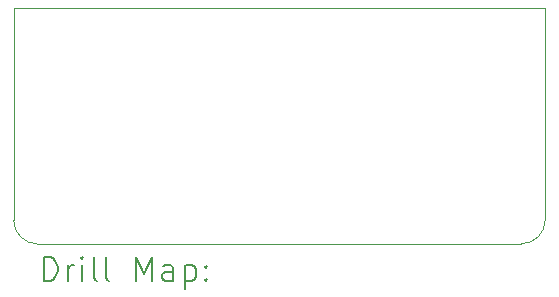
<source format=gbr>
%TF.GenerationSoftware,KiCad,Pcbnew,8.0.7-8.0.7-0~ubuntu24.04.1*%
%TF.CreationDate,2025-01-09T22:08:51-07:00*%
%TF.ProjectId,2s 40A PSU and charger,32732034-3041-4205-9053-5520616e6420,V1*%
%TF.SameCoordinates,Original*%
%TF.FileFunction,Drillmap*%
%TF.FilePolarity,Positive*%
%FSLAX45Y45*%
G04 Gerber Fmt 4.5, Leading zero omitted, Abs format (unit mm)*
G04 Created by KiCad (PCBNEW 8.0.7-8.0.7-0~ubuntu24.04.1) date 2025-01-09 22:08:51*
%MOMM*%
%LPD*%
G01*
G04 APERTURE LIST*
%ADD10C,0.050000*%
%ADD11C,0.200000*%
G04 APERTURE END LIST*
D10*
X10810000Y-13000000D02*
X10810000Y-11200000D01*
X10810000Y-11200000D02*
X15310000Y-11200000D01*
X15310000Y-13000000D02*
G75*
G02*
X15110000Y-13200000I-200000J0D01*
G01*
X15110000Y-13200000D02*
X11010000Y-13200000D01*
X11010000Y-13200000D02*
G75*
G02*
X10810000Y-13000000I0J200000D01*
G01*
X15310000Y-11200000D02*
X15310000Y-13000000D01*
D11*
X11068277Y-13513984D02*
X11068277Y-13313984D01*
X11068277Y-13313984D02*
X11115896Y-13313984D01*
X11115896Y-13313984D02*
X11144467Y-13323508D01*
X11144467Y-13323508D02*
X11163515Y-13342555D01*
X11163515Y-13342555D02*
X11173039Y-13361603D01*
X11173039Y-13361603D02*
X11182563Y-13399698D01*
X11182563Y-13399698D02*
X11182563Y-13428269D01*
X11182563Y-13428269D02*
X11173039Y-13466365D01*
X11173039Y-13466365D02*
X11163515Y-13485412D01*
X11163515Y-13485412D02*
X11144467Y-13504460D01*
X11144467Y-13504460D02*
X11115896Y-13513984D01*
X11115896Y-13513984D02*
X11068277Y-13513984D01*
X11268277Y-13513984D02*
X11268277Y-13380650D01*
X11268277Y-13418746D02*
X11277801Y-13399698D01*
X11277801Y-13399698D02*
X11287324Y-13390174D01*
X11287324Y-13390174D02*
X11306372Y-13380650D01*
X11306372Y-13380650D02*
X11325420Y-13380650D01*
X11392086Y-13513984D02*
X11392086Y-13380650D01*
X11392086Y-13313984D02*
X11382562Y-13323508D01*
X11382562Y-13323508D02*
X11392086Y-13333031D01*
X11392086Y-13333031D02*
X11401610Y-13323508D01*
X11401610Y-13323508D02*
X11392086Y-13313984D01*
X11392086Y-13313984D02*
X11392086Y-13333031D01*
X11515896Y-13513984D02*
X11496848Y-13504460D01*
X11496848Y-13504460D02*
X11487324Y-13485412D01*
X11487324Y-13485412D02*
X11487324Y-13313984D01*
X11620658Y-13513984D02*
X11601610Y-13504460D01*
X11601610Y-13504460D02*
X11592086Y-13485412D01*
X11592086Y-13485412D02*
X11592086Y-13313984D01*
X11849229Y-13513984D02*
X11849229Y-13313984D01*
X11849229Y-13313984D02*
X11915896Y-13456841D01*
X11915896Y-13456841D02*
X11982562Y-13313984D01*
X11982562Y-13313984D02*
X11982562Y-13513984D01*
X12163515Y-13513984D02*
X12163515Y-13409222D01*
X12163515Y-13409222D02*
X12153991Y-13390174D01*
X12153991Y-13390174D02*
X12134943Y-13380650D01*
X12134943Y-13380650D02*
X12096848Y-13380650D01*
X12096848Y-13380650D02*
X12077801Y-13390174D01*
X12163515Y-13504460D02*
X12144467Y-13513984D01*
X12144467Y-13513984D02*
X12096848Y-13513984D01*
X12096848Y-13513984D02*
X12077801Y-13504460D01*
X12077801Y-13504460D02*
X12068277Y-13485412D01*
X12068277Y-13485412D02*
X12068277Y-13466365D01*
X12068277Y-13466365D02*
X12077801Y-13447317D01*
X12077801Y-13447317D02*
X12096848Y-13437793D01*
X12096848Y-13437793D02*
X12144467Y-13437793D01*
X12144467Y-13437793D02*
X12163515Y-13428269D01*
X12258753Y-13380650D02*
X12258753Y-13580650D01*
X12258753Y-13390174D02*
X12277801Y-13380650D01*
X12277801Y-13380650D02*
X12315896Y-13380650D01*
X12315896Y-13380650D02*
X12334943Y-13390174D01*
X12334943Y-13390174D02*
X12344467Y-13399698D01*
X12344467Y-13399698D02*
X12353991Y-13418746D01*
X12353991Y-13418746D02*
X12353991Y-13475888D01*
X12353991Y-13475888D02*
X12344467Y-13494936D01*
X12344467Y-13494936D02*
X12334943Y-13504460D01*
X12334943Y-13504460D02*
X12315896Y-13513984D01*
X12315896Y-13513984D02*
X12277801Y-13513984D01*
X12277801Y-13513984D02*
X12258753Y-13504460D01*
X12439705Y-13494936D02*
X12449229Y-13504460D01*
X12449229Y-13504460D02*
X12439705Y-13513984D01*
X12439705Y-13513984D02*
X12430182Y-13504460D01*
X12430182Y-13504460D02*
X12439705Y-13494936D01*
X12439705Y-13494936D02*
X12439705Y-13513984D01*
X12439705Y-13390174D02*
X12449229Y-13399698D01*
X12449229Y-13399698D02*
X12439705Y-13409222D01*
X12439705Y-13409222D02*
X12430182Y-13399698D01*
X12430182Y-13399698D02*
X12439705Y-13390174D01*
X12439705Y-13390174D02*
X12439705Y-13409222D01*
M02*

</source>
